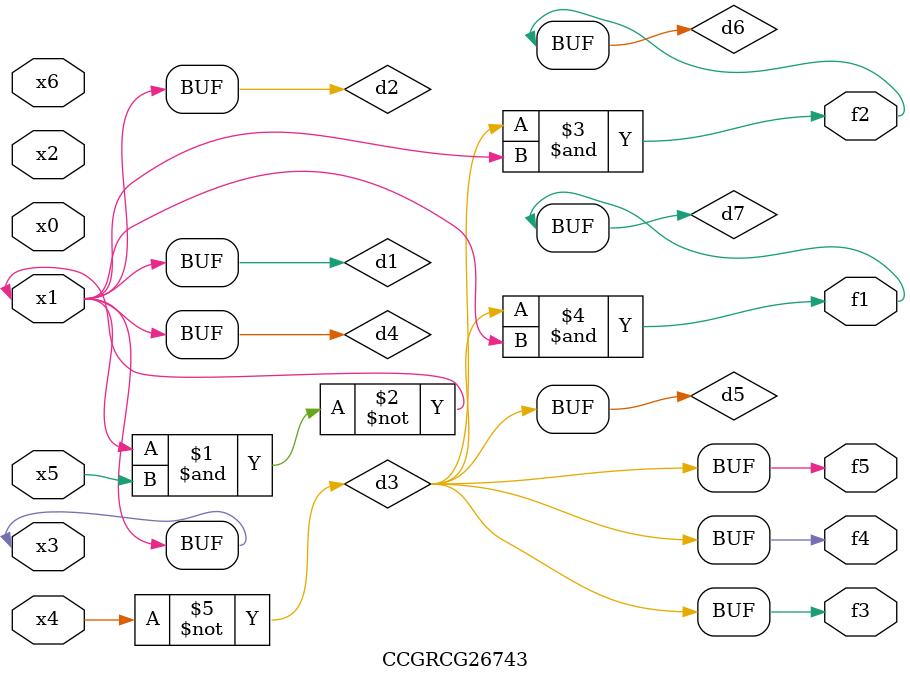
<source format=v>
module CCGRCG26743(
	input x0, x1, x2, x3, x4, x5, x6,
	output f1, f2, f3, f4, f5
);

	wire d1, d2, d3, d4, d5, d6, d7;

	buf (d1, x1, x3);
	nand (d2, x1, x5);
	not (d3, x4);
	buf (d4, d1, d2);
	buf (d5, d3);
	and (d6, d3, d4);
	and (d7, d3, d4);
	assign f1 = d7;
	assign f2 = d6;
	assign f3 = d5;
	assign f4 = d5;
	assign f5 = d5;
endmodule

</source>
